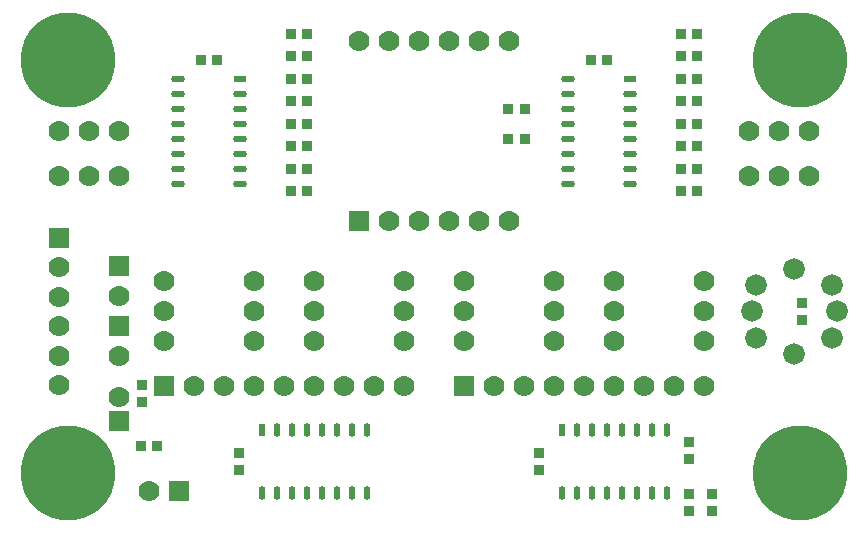
<source format=gbs>
G04 ================== begin FILE IDENTIFICATION RECORD ==================*
G04 Layout Name:  LEDSwitchBoard.brd*
G04 Film Name:    GB_LEDSwitchBoard.GBS*
G04 File Format:  Gerber RS274X*
G04 File Origin:  Cadence Allegro 16.6-S014*
G04 Origin Date:  Thu Feb 25 10:56:10 2016*
G04 *
G04 Layer:  VIA CLASS/SOLDERMASK_BOTTOM*
G04 Layer:  PIN/SOLDERMASK_BOTTOM*
G04 Layer:  PACKAGE GEOMETRY/SOLDERMASK_BOTTOM*
G04 Layer:  DRC ERROR CLASS/SOLDERMASK_BOTTOM*
G04 Layer:  BOARD GEOMETRY/SOLDERMASK_BOTTOM*
G04 *
G04 Offset:    (0.0000 0.0000)*
G04 Mirror:    No*
G04 Mode:      Positive*
G04 Rotation:  0*
G04 FullContactRelief:  No*
G04 UndefLineWidth:     0.0000*
G04 ================== end FILE IDENTIFICATION RECORD ====================*
%FSLAX25Y25*MOMM*%
%IR0*IPPOS*OFA0.00000B0.00000*MIA0B0*SFA1.00000B1.00000*%
%ADD17R,.5842X1.1176*%
%ADD18R,1.1176X.5842*%
%ADD16O,.5842X1.1684*%
%ADD15O,1.1684X.5842*%
%ADD10C,8.001*%
%ADD11C,1.778*%
%ADD19C,1.8288*%
%ADD12R,1.778X1.778*%
%ADD14R,.9652X.8128*%
%ADD13R,.8128X.9652*%
%LPD*%
G75*
G54D10*
X-3100000Y-1750000D03*
Y1750000D03*
X3100000Y-1750000D03*
Y1750000D03*
G54D11*
X-3175000Y-1006000D03*
Y-756000D03*
Y-506000D03*
Y-256000D03*
Y-6000D03*
Y762000D03*
X-2921000D03*
X-3175000Y1143000D03*
X-2921000D03*
X-2413000Y-1905000D03*
X-2286000Y-635000D03*
X-2667000Y-762000D03*
Y-1104900D03*
X-2286000Y-381000D03*
Y-127000D03*
X-2667000Y-254000D03*
Y762000D03*
Y1143000D03*
X-1524000Y-635000D03*
Y-1016000D03*
X-1778000D03*
X-2032000D03*
X-1524000Y-381000D03*
Y-127000D03*
X-1016000Y-635000D03*
X-762000Y-1016000D03*
X-1016000D03*
X-1270000D03*
X-1016000Y-381000D03*
Y-127000D03*
X-635000Y1905000D03*
X-254000Y-635000D03*
Y-1016000D03*
X-508000D03*
X-254000Y-381000D03*
Y-127000D03*
X-127000Y381000D03*
X-381000D03*
Y1905000D03*
X-127000D03*
X254000Y-635000D03*
X762000Y-1016000D03*
X508000D03*
X254000Y-381000D03*
Y-127000D03*
X635000Y381000D03*
X381000D03*
X127000D03*
Y1905000D03*
X381000D03*
X635000D03*
X1016000Y-635000D03*
X1524000D03*
Y-1016000D03*
X1270000D03*
X1016000D03*
Y-381000D03*
Y-127000D03*
X1524000Y-381000D03*
Y-127000D03*
X2032000Y-1016000D03*
X1778000D03*
X2286000Y-635000D03*
Y-1016000D03*
Y-381000D03*
Y-127000D03*
X2667000Y762000D03*
X2921000D03*
X2667000Y1143000D03*
X2921000D03*
X3175000Y762000D03*
Y1143000D03*
G54D12*
X-3175000Y244000D03*
X-2159000Y-1905000D03*
X-2286000Y-1016000D03*
X-2667000Y-1308100D03*
Y0D03*
Y-508000D03*
X-635000Y381000D03*
X254000Y-1016000D03*
G54D13*
X-2341880Y-1524000D03*
X-2484120D03*
X-1833880Y1746250D03*
X-1976120D03*
X-1071880Y635000D03*
X-1214120D03*
X-1071880Y1397000D03*
X-1214120D03*
X-1071880Y1206500D03*
X-1214120D03*
X-1071880Y1016000D03*
X-1214120D03*
X-1071880Y825500D03*
X-1214120D03*
X-1071880Y1968500D03*
X-1214120D03*
X-1071880Y1778000D03*
X-1214120D03*
X-1071880Y1587500D03*
X-1214120D03*
X627380Y1079500D03*
Y1333500D03*
X769620Y1079500D03*
Y1333500D03*
X1325880Y1746250D03*
X2087880Y635000D03*
Y1397000D03*
Y1206500D03*
Y1016000D03*
Y825500D03*
Y1968500D03*
Y1778000D03*
Y1587500D03*
X1468120Y1746250D03*
X2230120Y635000D03*
Y1397000D03*
Y1206500D03*
Y1016000D03*
Y825500D03*
Y1968500D03*
Y1778000D03*
Y1587500D03*
G54D14*
X-2476500Y-1008380D03*
Y-1150620D03*
X-1651000Y-1579880D03*
Y-1722120D03*
X889000Y-1579880D03*
Y-1722120D03*
X2159000Y-1484630D03*
Y-1626870D03*
Y-1929130D03*
Y-2071370D03*
X2349500Y-1929130D03*
Y-2071370D03*
X3111500Y-452120D03*
Y-309880D03*
G54D15*
X-2169160Y698500D03*
Y1333500D03*
Y1206500D03*
Y1079500D03*
Y952500D03*
Y825500D03*
Y1587500D03*
Y1460500D03*
X-1640840Y698500D03*
Y825500D03*
Y952500D03*
Y1079500D03*
Y1206500D03*
Y1333500D03*
Y1460500D03*
X1132840Y698500D03*
Y1333500D03*
Y1206500D03*
Y1079500D03*
Y952500D03*
Y825500D03*
Y1587500D03*
Y1460500D03*
X1661160Y698500D03*
Y825500D03*
Y952500D03*
Y1079500D03*
Y1206500D03*
Y1333500D03*
Y1460500D03*
G54D16*
X-1460500Y-1915160D03*
X-1333500D03*
X-1206500D03*
X-1079500D03*
X-952500D03*
X-825500D03*
X-698500D03*
Y-1386840D03*
X-825500D03*
X-952500D03*
X-1079500D03*
X-1206500D03*
X-1333500D03*
X-571500Y-1915160D03*
Y-1386840D03*
X1079500Y-1915160D03*
X1206500D03*
X1333500D03*
Y-1386840D03*
X1206500D03*
X1460500Y-1915160D03*
X1587500D03*
X1714500D03*
X1841500D03*
X1968500D03*
Y-1386840D03*
X1841500D03*
X1714500D03*
X1587500D03*
X1460500D03*
G54D17*
X-1460500D03*
X1079500D03*
G54D18*
X-1640840Y1587500D03*
X1661160D03*
G54D19*
X2688000Y-381000D03*
X2723000Y-156000D03*
Y-606000D03*
X3048000Y-741000D03*
X3408000Y-381000D03*
X3048000Y-21000D03*
X3373000Y-156000D03*
Y-606000D03*
M02*

</source>
